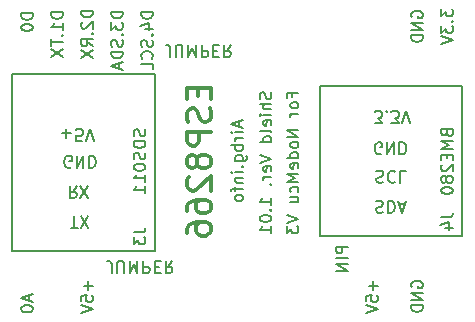
<source format=gbr>
G04 #@! TF.FileFunction,Legend,Bot*
%FSLAX46Y46*%
G04 Gerber Fmt 4.6, Leading zero omitted, Abs format (unit mm)*
G04 Created by KiCad (PCBNEW 4.0.7) date 03/25/18 22:27:41*
%MOMM*%
%LPD*%
G01*
G04 APERTURE LIST*
%ADD10C,0.100000*%
%ADD11C,0.200000*%
%ADD12C,0.300000*%
%ADD13C,0.150000*%
G04 APERTURE END LIST*
D10*
D11*
X130341667Y-108505714D02*
X130341667Y-108981905D01*
X130627381Y-108410476D02*
X129627381Y-108743809D01*
X130627381Y-109077143D01*
X129627381Y-109600952D02*
X129627381Y-109696191D01*
X129675000Y-109791429D01*
X129722619Y-109839048D01*
X129817857Y-109886667D01*
X130008333Y-109934286D01*
X130246429Y-109934286D01*
X130436905Y-109886667D01*
X130532143Y-109839048D01*
X130579762Y-109791429D01*
X130627381Y-109696191D01*
X130627381Y-109600952D01*
X130579762Y-109505714D01*
X130532143Y-109458095D01*
X130436905Y-109410476D01*
X130246429Y-109362857D01*
X130008333Y-109362857D01*
X129817857Y-109410476D01*
X129722619Y-109458095D01*
X129675000Y-109505714D01*
X129627381Y-109600952D01*
X130627381Y-84605905D02*
X129627381Y-84605905D01*
X129627381Y-84844000D01*
X129675000Y-84986858D01*
X129770238Y-85082096D01*
X129865476Y-85129715D01*
X130055952Y-85177334D01*
X130198810Y-85177334D01*
X130389286Y-85129715D01*
X130484524Y-85082096D01*
X130579762Y-84986858D01*
X130627381Y-84844000D01*
X130627381Y-84605905D01*
X129627381Y-85796381D02*
X129627381Y-85891620D01*
X129675000Y-85986858D01*
X129722619Y-86034477D01*
X129817857Y-86082096D01*
X130008333Y-86129715D01*
X130246429Y-86129715D01*
X130436905Y-86082096D01*
X130532143Y-86034477D01*
X130579762Y-85986858D01*
X130627381Y-85891620D01*
X130627381Y-85796381D01*
X130579762Y-85701143D01*
X130532143Y-85653524D01*
X130436905Y-85605905D01*
X130246429Y-85558286D01*
X130008333Y-85558286D01*
X129817857Y-85605905D01*
X129722619Y-85653524D01*
X129675000Y-85701143D01*
X129627381Y-85796381D01*
X142248239Y-88304619D02*
X142248239Y-87590333D01*
X142200619Y-87447476D01*
X142105381Y-87352238D01*
X141962524Y-87304619D01*
X141867286Y-87304619D01*
X142724429Y-88304619D02*
X142724429Y-87495095D01*
X142772048Y-87399857D01*
X142819667Y-87352238D01*
X142914905Y-87304619D01*
X143105382Y-87304619D01*
X143200620Y-87352238D01*
X143248239Y-87399857D01*
X143295858Y-87495095D01*
X143295858Y-88304619D01*
X143772048Y-87304619D02*
X143772048Y-88304619D01*
X144105382Y-87590333D01*
X144438715Y-88304619D01*
X144438715Y-87304619D01*
X144914905Y-87304619D02*
X144914905Y-88304619D01*
X145295858Y-88304619D01*
X145391096Y-88257000D01*
X145438715Y-88209381D01*
X145486334Y-88114143D01*
X145486334Y-87971286D01*
X145438715Y-87876048D01*
X145391096Y-87828429D01*
X145295858Y-87780810D01*
X144914905Y-87780810D01*
X145914905Y-87828429D02*
X146248239Y-87828429D01*
X146391096Y-87304619D02*
X145914905Y-87304619D01*
X145914905Y-88304619D01*
X146391096Y-88304619D01*
X147391096Y-87304619D02*
X147057762Y-87780810D01*
X146819667Y-87304619D02*
X146819667Y-88304619D01*
X147200620Y-88304619D01*
X147295858Y-88257000D01*
X147343477Y-88209381D01*
X147391096Y-88114143D01*
X147391096Y-87971286D01*
X147343477Y-87876048D01*
X147295858Y-87828429D01*
X147200620Y-87780810D01*
X146819667Y-87780810D01*
X137295239Y-106592619D02*
X137295239Y-105878333D01*
X137247619Y-105735476D01*
X137152381Y-105640238D01*
X137009524Y-105592619D01*
X136914286Y-105592619D01*
X137771429Y-106592619D02*
X137771429Y-105783095D01*
X137819048Y-105687857D01*
X137866667Y-105640238D01*
X137961905Y-105592619D01*
X138152382Y-105592619D01*
X138247620Y-105640238D01*
X138295239Y-105687857D01*
X138342858Y-105783095D01*
X138342858Y-106592619D01*
X138819048Y-105592619D02*
X138819048Y-106592619D01*
X139152382Y-105878333D01*
X139485715Y-106592619D01*
X139485715Y-105592619D01*
X139961905Y-105592619D02*
X139961905Y-106592619D01*
X140342858Y-106592619D01*
X140438096Y-106545000D01*
X140485715Y-106497381D01*
X140533334Y-106402143D01*
X140533334Y-106259286D01*
X140485715Y-106164048D01*
X140438096Y-106116429D01*
X140342858Y-106068810D01*
X139961905Y-106068810D01*
X140961905Y-106116429D02*
X141295239Y-106116429D01*
X141438096Y-105592619D02*
X140961905Y-105592619D01*
X140961905Y-106592619D01*
X141438096Y-106592619D01*
X142438096Y-105592619D02*
X142104762Y-106068810D01*
X141866667Y-105592619D02*
X141866667Y-106592619D01*
X142247620Y-106592619D01*
X142342858Y-106545000D01*
X142390477Y-106497381D01*
X142438096Y-106402143D01*
X142438096Y-106259286D01*
X142390477Y-106164048D01*
X142342858Y-106116429D01*
X142247620Y-106068810D01*
X141866667Y-106068810D01*
X157297381Y-104386191D02*
X156297381Y-104386191D01*
X156297381Y-104767144D01*
X156345000Y-104862382D01*
X156392619Y-104910001D01*
X156487857Y-104957620D01*
X156630714Y-104957620D01*
X156725952Y-104910001D01*
X156773571Y-104862382D01*
X156821190Y-104767144D01*
X156821190Y-104386191D01*
X157297381Y-105386191D02*
X156297381Y-105386191D01*
X157297381Y-105862381D02*
X156297381Y-105862381D01*
X157297381Y-106433810D01*
X156297381Y-106433810D01*
X159456429Y-107299286D02*
X159456429Y-108061191D01*
X159837381Y-107680239D02*
X159075476Y-107680239D01*
X158837381Y-109013572D02*
X158837381Y-108537381D01*
X159313571Y-108489762D01*
X159265952Y-108537381D01*
X159218333Y-108632619D01*
X159218333Y-108870715D01*
X159265952Y-108965953D01*
X159313571Y-109013572D01*
X159408810Y-109061191D01*
X159646905Y-109061191D01*
X159742143Y-109013572D01*
X159789762Y-108965953D01*
X159837381Y-108870715D01*
X159837381Y-108632619D01*
X159789762Y-108537381D01*
X159742143Y-108489762D01*
X158837381Y-109346905D02*
X159837381Y-109680238D01*
X158837381Y-110013572D01*
X152582571Y-91686762D02*
X152582571Y-91353428D01*
X153106381Y-91353428D02*
X152106381Y-91353428D01*
X152106381Y-91829619D01*
X153106381Y-92353428D02*
X153058762Y-92258190D01*
X153011143Y-92210571D01*
X152915905Y-92162952D01*
X152630190Y-92162952D01*
X152534952Y-92210571D01*
X152487333Y-92258190D01*
X152439714Y-92353428D01*
X152439714Y-92496286D01*
X152487333Y-92591524D01*
X152534952Y-92639143D01*
X152630190Y-92686762D01*
X152915905Y-92686762D01*
X153011143Y-92639143D01*
X153058762Y-92591524D01*
X153106381Y-92496286D01*
X153106381Y-92353428D01*
X153106381Y-93115333D02*
X152439714Y-93115333D01*
X152630190Y-93115333D02*
X152534952Y-93162952D01*
X152487333Y-93210571D01*
X152439714Y-93305809D01*
X152439714Y-93401048D01*
X153106381Y-94496286D02*
X152106381Y-94496286D01*
X153106381Y-95067715D01*
X152106381Y-95067715D01*
X153106381Y-95686762D02*
X153058762Y-95591524D01*
X153011143Y-95543905D01*
X152915905Y-95496286D01*
X152630190Y-95496286D01*
X152534952Y-95543905D01*
X152487333Y-95591524D01*
X152439714Y-95686762D01*
X152439714Y-95829620D01*
X152487333Y-95924858D01*
X152534952Y-95972477D01*
X152630190Y-96020096D01*
X152915905Y-96020096D01*
X153011143Y-95972477D01*
X153058762Y-95924858D01*
X153106381Y-95829620D01*
X153106381Y-95686762D01*
X153106381Y-96877239D02*
X152106381Y-96877239D01*
X153058762Y-96877239D02*
X153106381Y-96782001D01*
X153106381Y-96591524D01*
X153058762Y-96496286D01*
X153011143Y-96448667D01*
X152915905Y-96401048D01*
X152630190Y-96401048D01*
X152534952Y-96448667D01*
X152487333Y-96496286D01*
X152439714Y-96591524D01*
X152439714Y-96782001D01*
X152487333Y-96877239D01*
X153058762Y-97734382D02*
X153106381Y-97639144D01*
X153106381Y-97448667D01*
X153058762Y-97353429D01*
X152963524Y-97305810D01*
X152582571Y-97305810D01*
X152487333Y-97353429D01*
X152439714Y-97448667D01*
X152439714Y-97639144D01*
X152487333Y-97734382D01*
X152582571Y-97782001D01*
X152677810Y-97782001D01*
X152773048Y-97305810D01*
X153106381Y-98210572D02*
X152106381Y-98210572D01*
X152820667Y-98543906D01*
X152106381Y-98877239D01*
X153106381Y-98877239D01*
X153058762Y-99782001D02*
X153106381Y-99686763D01*
X153106381Y-99496286D01*
X153058762Y-99401048D01*
X153011143Y-99353429D01*
X152915905Y-99305810D01*
X152630190Y-99305810D01*
X152534952Y-99353429D01*
X152487333Y-99401048D01*
X152439714Y-99496286D01*
X152439714Y-99686763D01*
X152487333Y-99782001D01*
X152439714Y-100639144D02*
X153106381Y-100639144D01*
X152439714Y-100210572D02*
X152963524Y-100210572D01*
X153058762Y-100258191D01*
X153106381Y-100353429D01*
X153106381Y-100496287D01*
X153058762Y-100591525D01*
X153011143Y-100639144D01*
X152106381Y-101734382D02*
X153106381Y-102067715D01*
X152106381Y-102401049D01*
X152106381Y-102639144D02*
X152106381Y-103258192D01*
X152487333Y-102924858D01*
X152487333Y-103067716D01*
X152534952Y-103162954D01*
X152582571Y-103210573D01*
X152677810Y-103258192D01*
X152915905Y-103258192D01*
X153011143Y-103210573D01*
X153058762Y-103162954D01*
X153106381Y-103067716D01*
X153106381Y-102782001D01*
X153058762Y-102686763D01*
X153011143Y-102639144D01*
X140970000Y-104775000D02*
X140970000Y-89789000D01*
X128905000Y-104775000D02*
X128905000Y-89789000D01*
X150772762Y-91329619D02*
X150820381Y-91472476D01*
X150820381Y-91710572D01*
X150772762Y-91805810D01*
X150725143Y-91853429D01*
X150629905Y-91901048D01*
X150534667Y-91901048D01*
X150439429Y-91853429D01*
X150391810Y-91805810D01*
X150344190Y-91710572D01*
X150296571Y-91520095D01*
X150248952Y-91424857D01*
X150201333Y-91377238D01*
X150106095Y-91329619D01*
X150010857Y-91329619D01*
X149915619Y-91377238D01*
X149868000Y-91424857D01*
X149820381Y-91520095D01*
X149820381Y-91758191D01*
X149868000Y-91901048D01*
X150820381Y-92329619D02*
X149820381Y-92329619D01*
X150820381Y-92758191D02*
X150296571Y-92758191D01*
X150201333Y-92710572D01*
X150153714Y-92615334D01*
X150153714Y-92472476D01*
X150201333Y-92377238D01*
X150248952Y-92329619D01*
X150820381Y-93234381D02*
X150153714Y-93234381D01*
X149820381Y-93234381D02*
X149868000Y-93186762D01*
X149915619Y-93234381D01*
X149868000Y-93282000D01*
X149820381Y-93234381D01*
X149915619Y-93234381D01*
X150772762Y-94091524D02*
X150820381Y-93996286D01*
X150820381Y-93805809D01*
X150772762Y-93710571D01*
X150677524Y-93662952D01*
X150296571Y-93662952D01*
X150201333Y-93710571D01*
X150153714Y-93805809D01*
X150153714Y-93996286D01*
X150201333Y-94091524D01*
X150296571Y-94139143D01*
X150391810Y-94139143D01*
X150487048Y-93662952D01*
X150820381Y-94710571D02*
X150772762Y-94615333D01*
X150677524Y-94567714D01*
X149820381Y-94567714D01*
X150820381Y-95520096D02*
X149820381Y-95520096D01*
X150772762Y-95520096D02*
X150820381Y-95424858D01*
X150820381Y-95234381D01*
X150772762Y-95139143D01*
X150725143Y-95091524D01*
X150629905Y-95043905D01*
X150344190Y-95043905D01*
X150248952Y-95091524D01*
X150201333Y-95139143D01*
X150153714Y-95234381D01*
X150153714Y-95424858D01*
X150201333Y-95520096D01*
X149820381Y-96615334D02*
X150820381Y-96948667D01*
X149820381Y-97282001D01*
X150772762Y-97996287D02*
X150820381Y-97901049D01*
X150820381Y-97710572D01*
X150772762Y-97615334D01*
X150677524Y-97567715D01*
X150296571Y-97567715D01*
X150201333Y-97615334D01*
X150153714Y-97710572D01*
X150153714Y-97901049D01*
X150201333Y-97996287D01*
X150296571Y-98043906D01*
X150391810Y-98043906D01*
X150487048Y-97567715D01*
X150820381Y-98472477D02*
X150153714Y-98472477D01*
X150344190Y-98472477D02*
X150248952Y-98520096D01*
X150201333Y-98567715D01*
X150153714Y-98662953D01*
X150153714Y-98758192D01*
X150725143Y-99091525D02*
X150772762Y-99139144D01*
X150820381Y-99091525D01*
X150772762Y-99043906D01*
X150725143Y-99091525D01*
X150820381Y-99091525D01*
X150820381Y-100853430D02*
X150820381Y-100282001D01*
X150820381Y-100567715D02*
X149820381Y-100567715D01*
X149963238Y-100472477D01*
X150058476Y-100377239D01*
X150106095Y-100282001D01*
X150725143Y-101282001D02*
X150772762Y-101329620D01*
X150820381Y-101282001D01*
X150772762Y-101234382D01*
X150725143Y-101282001D01*
X150820381Y-101282001D01*
X149820381Y-101948667D02*
X149820381Y-102043906D01*
X149868000Y-102139144D01*
X149915619Y-102186763D01*
X150010857Y-102234382D01*
X150201333Y-102282001D01*
X150439429Y-102282001D01*
X150629905Y-102234382D01*
X150725143Y-102186763D01*
X150772762Y-102139144D01*
X150820381Y-102043906D01*
X150820381Y-101948667D01*
X150772762Y-101853429D01*
X150725143Y-101805810D01*
X150629905Y-101758191D01*
X150439429Y-101710572D01*
X150201333Y-101710572D01*
X150010857Y-101758191D01*
X149915619Y-101805810D01*
X149868000Y-101853429D01*
X149820381Y-101948667D01*
X150820381Y-103234382D02*
X150820381Y-102662953D01*
X150820381Y-102948667D02*
X149820381Y-102948667D01*
X149963238Y-102853429D01*
X150058476Y-102758191D01*
X150106095Y-102662953D01*
X148121667Y-93797857D02*
X148121667Y-94274048D01*
X148407381Y-93702619D02*
X147407381Y-94035952D01*
X148407381Y-94369286D01*
X148407381Y-94702619D02*
X147740714Y-94702619D01*
X147407381Y-94702619D02*
X147455000Y-94655000D01*
X147502619Y-94702619D01*
X147455000Y-94750238D01*
X147407381Y-94702619D01*
X147502619Y-94702619D01*
X148407381Y-95178809D02*
X147740714Y-95178809D01*
X147931190Y-95178809D02*
X147835952Y-95226428D01*
X147788333Y-95274047D01*
X147740714Y-95369285D01*
X147740714Y-95464524D01*
X148407381Y-95797857D02*
X147407381Y-95797857D01*
X147788333Y-95797857D02*
X147740714Y-95893095D01*
X147740714Y-96083572D01*
X147788333Y-96178810D01*
X147835952Y-96226429D01*
X147931190Y-96274048D01*
X148216905Y-96274048D01*
X148312143Y-96226429D01*
X148359762Y-96178810D01*
X148407381Y-96083572D01*
X148407381Y-95893095D01*
X148359762Y-95797857D01*
X147740714Y-97131191D02*
X148550238Y-97131191D01*
X148645476Y-97083572D01*
X148693095Y-97035953D01*
X148740714Y-96940714D01*
X148740714Y-96797857D01*
X148693095Y-96702619D01*
X148359762Y-97131191D02*
X148407381Y-97035953D01*
X148407381Y-96845476D01*
X148359762Y-96750238D01*
X148312143Y-96702619D01*
X148216905Y-96655000D01*
X147931190Y-96655000D01*
X147835952Y-96702619D01*
X147788333Y-96750238D01*
X147740714Y-96845476D01*
X147740714Y-97035953D01*
X147788333Y-97131191D01*
X148312143Y-97607381D02*
X148359762Y-97655000D01*
X148407381Y-97607381D01*
X148359762Y-97559762D01*
X148312143Y-97607381D01*
X148407381Y-97607381D01*
X148407381Y-98083571D02*
X147740714Y-98083571D01*
X147407381Y-98083571D02*
X147455000Y-98035952D01*
X147502619Y-98083571D01*
X147455000Y-98131190D01*
X147407381Y-98083571D01*
X147502619Y-98083571D01*
X147740714Y-98559761D02*
X148407381Y-98559761D01*
X147835952Y-98559761D02*
X147788333Y-98607380D01*
X147740714Y-98702618D01*
X147740714Y-98845476D01*
X147788333Y-98940714D01*
X147883571Y-98988333D01*
X148407381Y-98988333D01*
X147740714Y-99321666D02*
X147740714Y-99702618D01*
X148407381Y-99464523D02*
X147550238Y-99464523D01*
X147455000Y-99512142D01*
X147407381Y-99607380D01*
X147407381Y-99702618D01*
X148407381Y-100178809D02*
X148359762Y-100083571D01*
X148312143Y-100035952D01*
X148216905Y-99988333D01*
X147931190Y-99988333D01*
X147835952Y-100035952D01*
X147788333Y-100083571D01*
X147740714Y-100178809D01*
X147740714Y-100321667D01*
X147788333Y-100416905D01*
X147835952Y-100464524D01*
X147931190Y-100512143D01*
X148216905Y-100512143D01*
X148312143Y-100464524D01*
X148359762Y-100416905D01*
X148407381Y-100321667D01*
X148407381Y-100178809D01*
D12*
X144637143Y-90964523D02*
X144637143Y-91631190D01*
X145684762Y-91916904D02*
X145684762Y-90964523D01*
X143684762Y-90964523D01*
X143684762Y-91916904D01*
X145589524Y-92678809D02*
X145684762Y-92964524D01*
X145684762Y-93440714D01*
X145589524Y-93631190D01*
X145494286Y-93726428D01*
X145303810Y-93821667D01*
X145113333Y-93821667D01*
X144922857Y-93726428D01*
X144827619Y-93631190D01*
X144732381Y-93440714D01*
X144637143Y-93059762D01*
X144541905Y-92869286D01*
X144446667Y-92774047D01*
X144256190Y-92678809D01*
X144065714Y-92678809D01*
X143875238Y-92774047D01*
X143780000Y-92869286D01*
X143684762Y-93059762D01*
X143684762Y-93535952D01*
X143780000Y-93821667D01*
X145684762Y-94678809D02*
X143684762Y-94678809D01*
X143684762Y-95440714D01*
X143780000Y-95631190D01*
X143875238Y-95726429D01*
X144065714Y-95821667D01*
X144351429Y-95821667D01*
X144541905Y-95726429D01*
X144637143Y-95631190D01*
X144732381Y-95440714D01*
X144732381Y-94678809D01*
X144541905Y-96964524D02*
X144446667Y-96774048D01*
X144351429Y-96678809D01*
X144160952Y-96583571D01*
X144065714Y-96583571D01*
X143875238Y-96678809D01*
X143780000Y-96774048D01*
X143684762Y-96964524D01*
X143684762Y-97345476D01*
X143780000Y-97535952D01*
X143875238Y-97631190D01*
X144065714Y-97726429D01*
X144160952Y-97726429D01*
X144351429Y-97631190D01*
X144446667Y-97535952D01*
X144541905Y-97345476D01*
X144541905Y-96964524D01*
X144637143Y-96774048D01*
X144732381Y-96678809D01*
X144922857Y-96583571D01*
X145303810Y-96583571D01*
X145494286Y-96678809D01*
X145589524Y-96774048D01*
X145684762Y-96964524D01*
X145684762Y-97345476D01*
X145589524Y-97535952D01*
X145494286Y-97631190D01*
X145303810Y-97726429D01*
X144922857Y-97726429D01*
X144732381Y-97631190D01*
X144637143Y-97535952D01*
X144541905Y-97345476D01*
X143875238Y-98488333D02*
X143780000Y-98583571D01*
X143684762Y-98774048D01*
X143684762Y-99250238D01*
X143780000Y-99440714D01*
X143875238Y-99535952D01*
X144065714Y-99631191D01*
X144256190Y-99631191D01*
X144541905Y-99535952D01*
X145684762Y-98393095D01*
X145684762Y-99631191D01*
X143684762Y-101345476D02*
X143684762Y-100964524D01*
X143780000Y-100774048D01*
X143875238Y-100678810D01*
X144160952Y-100488333D01*
X144541905Y-100393095D01*
X145303810Y-100393095D01*
X145494286Y-100488333D01*
X145589524Y-100583572D01*
X145684762Y-100774048D01*
X145684762Y-101155000D01*
X145589524Y-101345476D01*
X145494286Y-101440714D01*
X145303810Y-101535953D01*
X144827619Y-101535953D01*
X144637143Y-101440714D01*
X144541905Y-101345476D01*
X144446667Y-101155000D01*
X144446667Y-100774048D01*
X144541905Y-100583572D01*
X144637143Y-100488333D01*
X144827619Y-100393095D01*
X143684762Y-103250238D02*
X143684762Y-102869286D01*
X143780000Y-102678810D01*
X143875238Y-102583572D01*
X144160952Y-102393095D01*
X144541905Y-102297857D01*
X145303810Y-102297857D01*
X145494286Y-102393095D01*
X145589524Y-102488334D01*
X145684762Y-102678810D01*
X145684762Y-103059762D01*
X145589524Y-103250238D01*
X145494286Y-103345476D01*
X145303810Y-103440715D01*
X144827619Y-103440715D01*
X144637143Y-103345476D01*
X144541905Y-103250238D01*
X144446667Y-103059762D01*
X144446667Y-102678810D01*
X144541905Y-102488334D01*
X144637143Y-102393095D01*
X144827619Y-102297857D01*
D11*
X162695000Y-107823096D02*
X162647381Y-107727858D01*
X162647381Y-107585001D01*
X162695000Y-107442143D01*
X162790238Y-107346905D01*
X162885476Y-107299286D01*
X163075952Y-107251667D01*
X163218810Y-107251667D01*
X163409286Y-107299286D01*
X163504524Y-107346905D01*
X163599762Y-107442143D01*
X163647381Y-107585001D01*
X163647381Y-107680239D01*
X163599762Y-107823096D01*
X163552143Y-107870715D01*
X163218810Y-107870715D01*
X163218810Y-107680239D01*
X163647381Y-108299286D02*
X162647381Y-108299286D01*
X163647381Y-108870715D01*
X162647381Y-108870715D01*
X163647381Y-109346905D02*
X162647381Y-109346905D01*
X162647381Y-109585000D01*
X162695000Y-109727858D01*
X162790238Y-109823096D01*
X162885476Y-109870715D01*
X163075952Y-109918334D01*
X163218810Y-109918334D01*
X163409286Y-109870715D01*
X163504524Y-109823096D01*
X163599762Y-109727858D01*
X163647381Y-109585000D01*
X163647381Y-109346905D01*
X135326429Y-107299286D02*
X135326429Y-108061191D01*
X135707381Y-107680239D02*
X134945476Y-107680239D01*
X134707381Y-109013572D02*
X134707381Y-108537381D01*
X135183571Y-108489762D01*
X135135952Y-108537381D01*
X135088333Y-108632619D01*
X135088333Y-108870715D01*
X135135952Y-108965953D01*
X135183571Y-109013572D01*
X135278810Y-109061191D01*
X135516905Y-109061191D01*
X135612143Y-109013572D01*
X135659762Y-108965953D01*
X135707381Y-108870715D01*
X135707381Y-108632619D01*
X135659762Y-108537381D01*
X135612143Y-108489762D01*
X134707381Y-109346905D02*
X135707381Y-109680238D01*
X134707381Y-110013572D01*
X162695000Y-84963096D02*
X162647381Y-84867858D01*
X162647381Y-84725001D01*
X162695000Y-84582143D01*
X162790238Y-84486905D01*
X162885476Y-84439286D01*
X163075952Y-84391667D01*
X163218810Y-84391667D01*
X163409286Y-84439286D01*
X163504524Y-84486905D01*
X163599762Y-84582143D01*
X163647381Y-84725001D01*
X163647381Y-84820239D01*
X163599762Y-84963096D01*
X163552143Y-85010715D01*
X163218810Y-85010715D01*
X163218810Y-84820239D01*
X163647381Y-85439286D02*
X162647381Y-85439286D01*
X163647381Y-86010715D01*
X162647381Y-86010715D01*
X163647381Y-86486905D02*
X162647381Y-86486905D01*
X162647381Y-86725000D01*
X162695000Y-86867858D01*
X162790238Y-86963096D01*
X162885476Y-87010715D01*
X163075952Y-87058334D01*
X163218810Y-87058334D01*
X163409286Y-87010715D01*
X163504524Y-86963096D01*
X163599762Y-86867858D01*
X163647381Y-86725000D01*
X163647381Y-86486905D01*
X165187381Y-84248810D02*
X165187381Y-84867858D01*
X165568333Y-84534524D01*
X165568333Y-84677382D01*
X165615952Y-84772620D01*
X165663571Y-84820239D01*
X165758810Y-84867858D01*
X165996905Y-84867858D01*
X166092143Y-84820239D01*
X166139762Y-84772620D01*
X166187381Y-84677382D01*
X166187381Y-84391667D01*
X166139762Y-84296429D01*
X166092143Y-84248810D01*
X166092143Y-85296429D02*
X166139762Y-85344048D01*
X166187381Y-85296429D01*
X166139762Y-85248810D01*
X166092143Y-85296429D01*
X166187381Y-85296429D01*
X165187381Y-85677381D02*
X165187381Y-86296429D01*
X165568333Y-85963095D01*
X165568333Y-86105953D01*
X165615952Y-86201191D01*
X165663571Y-86248810D01*
X165758810Y-86296429D01*
X165996905Y-86296429D01*
X166092143Y-86248810D01*
X166139762Y-86201191D01*
X166187381Y-86105953D01*
X166187381Y-85820238D01*
X166139762Y-85725000D01*
X166092143Y-85677381D01*
X165187381Y-86582143D02*
X166187381Y-86915476D01*
X165187381Y-87248810D01*
X140787381Y-84510857D02*
X139787381Y-84510857D01*
X139787381Y-84748952D01*
X139835000Y-84891810D01*
X139930238Y-84987048D01*
X140025476Y-85034667D01*
X140215952Y-85082286D01*
X140358810Y-85082286D01*
X140549286Y-85034667D01*
X140644524Y-84987048D01*
X140739762Y-84891810D01*
X140787381Y-84748952D01*
X140787381Y-84510857D01*
X140120714Y-85939429D02*
X140787381Y-85939429D01*
X139739762Y-85701333D02*
X140454048Y-85463238D01*
X140454048Y-86082286D01*
X140692143Y-86463238D02*
X140739762Y-86510857D01*
X140787381Y-86463238D01*
X140739762Y-86415619D01*
X140692143Y-86463238D01*
X140787381Y-86463238D01*
X140739762Y-86891809D02*
X140787381Y-87034666D01*
X140787381Y-87272762D01*
X140739762Y-87368000D01*
X140692143Y-87415619D01*
X140596905Y-87463238D01*
X140501667Y-87463238D01*
X140406429Y-87415619D01*
X140358810Y-87368000D01*
X140311190Y-87272762D01*
X140263571Y-87082285D01*
X140215952Y-86987047D01*
X140168333Y-86939428D01*
X140073095Y-86891809D01*
X139977857Y-86891809D01*
X139882619Y-86939428D01*
X139835000Y-86987047D01*
X139787381Y-87082285D01*
X139787381Y-87320381D01*
X139835000Y-87463238D01*
X140692143Y-88463238D02*
X140739762Y-88415619D01*
X140787381Y-88272762D01*
X140787381Y-88177524D01*
X140739762Y-88034666D01*
X140644524Y-87939428D01*
X140549286Y-87891809D01*
X140358810Y-87844190D01*
X140215952Y-87844190D01*
X140025476Y-87891809D01*
X139930238Y-87939428D01*
X139835000Y-88034666D01*
X139787381Y-88177524D01*
X139787381Y-88272762D01*
X139835000Y-88415619D01*
X139882619Y-88463238D01*
X140787381Y-89368000D02*
X140787381Y-88891809D01*
X139787381Y-88891809D01*
X138247381Y-84487048D02*
X137247381Y-84487048D01*
X137247381Y-84725143D01*
X137295000Y-84868001D01*
X137390238Y-84963239D01*
X137485476Y-85010858D01*
X137675952Y-85058477D01*
X137818810Y-85058477D01*
X138009286Y-85010858D01*
X138104524Y-84963239D01*
X138199762Y-84868001D01*
X138247381Y-84725143D01*
X138247381Y-84487048D01*
X137247381Y-85391810D02*
X137247381Y-86010858D01*
X137628333Y-85677524D01*
X137628333Y-85820382D01*
X137675952Y-85915620D01*
X137723571Y-85963239D01*
X137818810Y-86010858D01*
X138056905Y-86010858D01*
X138152143Y-85963239D01*
X138199762Y-85915620D01*
X138247381Y-85820382D01*
X138247381Y-85534667D01*
X138199762Y-85439429D01*
X138152143Y-85391810D01*
X138152143Y-86439429D02*
X138199762Y-86487048D01*
X138247381Y-86439429D01*
X138199762Y-86391810D01*
X138152143Y-86439429D01*
X138247381Y-86439429D01*
X138199762Y-86868000D02*
X138247381Y-87010857D01*
X138247381Y-87248953D01*
X138199762Y-87344191D01*
X138152143Y-87391810D01*
X138056905Y-87439429D01*
X137961667Y-87439429D01*
X137866429Y-87391810D01*
X137818810Y-87344191D01*
X137771190Y-87248953D01*
X137723571Y-87058476D01*
X137675952Y-86963238D01*
X137628333Y-86915619D01*
X137533095Y-86868000D01*
X137437857Y-86868000D01*
X137342619Y-86915619D01*
X137295000Y-86963238D01*
X137247381Y-87058476D01*
X137247381Y-87296572D01*
X137295000Y-87439429D01*
X138247381Y-87868000D02*
X137247381Y-87868000D01*
X137247381Y-88106095D01*
X137295000Y-88248953D01*
X137390238Y-88344191D01*
X137485476Y-88391810D01*
X137675952Y-88439429D01*
X137818810Y-88439429D01*
X138009286Y-88391810D01*
X138104524Y-88344191D01*
X138199762Y-88248953D01*
X138247381Y-88106095D01*
X138247381Y-87868000D01*
X137961667Y-88820381D02*
X137961667Y-89296572D01*
X138247381Y-88725143D02*
X137247381Y-89058476D01*
X138247381Y-89391810D01*
X135707381Y-84407619D02*
X134707381Y-84407619D01*
X134707381Y-84645714D01*
X134755000Y-84788572D01*
X134850238Y-84883810D01*
X134945476Y-84931429D01*
X135135952Y-84979048D01*
X135278810Y-84979048D01*
X135469286Y-84931429D01*
X135564524Y-84883810D01*
X135659762Y-84788572D01*
X135707381Y-84645714D01*
X135707381Y-84407619D01*
X134802619Y-85360000D02*
X134755000Y-85407619D01*
X134707381Y-85502857D01*
X134707381Y-85740953D01*
X134755000Y-85836191D01*
X134802619Y-85883810D01*
X134897857Y-85931429D01*
X134993095Y-85931429D01*
X135135952Y-85883810D01*
X135707381Y-85312381D01*
X135707381Y-85931429D01*
X135612143Y-86360000D02*
X135659762Y-86407619D01*
X135707381Y-86360000D01*
X135659762Y-86312381D01*
X135612143Y-86360000D01*
X135707381Y-86360000D01*
X135707381Y-87407619D02*
X135231190Y-87074285D01*
X135707381Y-86836190D02*
X134707381Y-86836190D01*
X134707381Y-87217143D01*
X134755000Y-87312381D01*
X134802619Y-87360000D01*
X134897857Y-87407619D01*
X135040714Y-87407619D01*
X135135952Y-87360000D01*
X135183571Y-87312381D01*
X135231190Y-87217143D01*
X135231190Y-86836190D01*
X134707381Y-87740952D02*
X135707381Y-88407619D01*
X134707381Y-88407619D02*
X135707381Y-87740952D01*
X133167381Y-84526667D02*
X132167381Y-84526667D01*
X132167381Y-84764762D01*
X132215000Y-84907620D01*
X132310238Y-85002858D01*
X132405476Y-85050477D01*
X132595952Y-85098096D01*
X132738810Y-85098096D01*
X132929286Y-85050477D01*
X133024524Y-85002858D01*
X133119762Y-84907620D01*
X133167381Y-84764762D01*
X133167381Y-84526667D01*
X133167381Y-86050477D02*
X133167381Y-85479048D01*
X133167381Y-85764762D02*
X132167381Y-85764762D01*
X132310238Y-85669524D01*
X132405476Y-85574286D01*
X132453095Y-85479048D01*
X133072143Y-86479048D02*
X133119762Y-86526667D01*
X133167381Y-86479048D01*
X133119762Y-86431429D01*
X133072143Y-86479048D01*
X133167381Y-86479048D01*
X132167381Y-86812381D02*
X132167381Y-87383810D01*
X133167381Y-87098095D02*
X132167381Y-87098095D01*
X132167381Y-87621905D02*
X133167381Y-88288572D01*
X132167381Y-88288572D02*
X133167381Y-87621905D01*
X159694714Y-100560238D02*
X159837571Y-100512619D01*
X160075667Y-100512619D01*
X160170905Y-100560238D01*
X160218524Y-100607857D01*
X160266143Y-100703095D01*
X160266143Y-100798333D01*
X160218524Y-100893571D01*
X160170905Y-100941190D01*
X160075667Y-100988810D01*
X159885190Y-101036429D01*
X159789952Y-101084048D01*
X159742333Y-101131667D01*
X159694714Y-101226905D01*
X159694714Y-101322143D01*
X159742333Y-101417381D01*
X159789952Y-101465000D01*
X159885190Y-101512619D01*
X160123286Y-101512619D01*
X160266143Y-101465000D01*
X160694714Y-100512619D02*
X160694714Y-101512619D01*
X160932809Y-101512619D01*
X161075667Y-101465000D01*
X161170905Y-101369762D01*
X161218524Y-101274524D01*
X161266143Y-101084048D01*
X161266143Y-100941190D01*
X161218524Y-100750714D01*
X161170905Y-100655476D01*
X161075667Y-100560238D01*
X160932809Y-100512619D01*
X160694714Y-100512619D01*
X161647095Y-100798333D02*
X162123286Y-100798333D01*
X161551857Y-100512619D02*
X161885190Y-101512619D01*
X162218524Y-100512619D01*
X159718524Y-98020238D02*
X159861381Y-97972619D01*
X160099477Y-97972619D01*
X160194715Y-98020238D01*
X160242334Y-98067857D01*
X160289953Y-98163095D01*
X160289953Y-98258333D01*
X160242334Y-98353571D01*
X160194715Y-98401190D01*
X160099477Y-98448810D01*
X159909000Y-98496429D01*
X159813762Y-98544048D01*
X159766143Y-98591667D01*
X159718524Y-98686905D01*
X159718524Y-98782143D01*
X159766143Y-98877381D01*
X159813762Y-98925000D01*
X159909000Y-98972619D01*
X160147096Y-98972619D01*
X160289953Y-98925000D01*
X161289953Y-98067857D02*
X161242334Y-98020238D01*
X161099477Y-97972619D01*
X161004239Y-97972619D01*
X160861381Y-98020238D01*
X160766143Y-98115476D01*
X160718524Y-98210714D01*
X160670905Y-98401190D01*
X160670905Y-98544048D01*
X160718524Y-98734524D01*
X160766143Y-98829762D01*
X160861381Y-98925000D01*
X161004239Y-98972619D01*
X161099477Y-98972619D01*
X161242334Y-98925000D01*
X161289953Y-98877381D01*
X162194715Y-97972619D02*
X161718524Y-97972619D01*
X161718524Y-98972619D01*
X160147096Y-96512000D02*
X160051858Y-96559619D01*
X159909001Y-96559619D01*
X159766143Y-96512000D01*
X159670905Y-96416762D01*
X159623286Y-96321524D01*
X159575667Y-96131048D01*
X159575667Y-95988190D01*
X159623286Y-95797714D01*
X159670905Y-95702476D01*
X159766143Y-95607238D01*
X159909001Y-95559619D01*
X160004239Y-95559619D01*
X160147096Y-95607238D01*
X160194715Y-95654857D01*
X160194715Y-95988190D01*
X160004239Y-95988190D01*
X160623286Y-95559619D02*
X160623286Y-96559619D01*
X161194715Y-95559619D01*
X161194715Y-96559619D01*
X161670905Y-95559619D02*
X161670905Y-96559619D01*
X161909000Y-96559619D01*
X162051858Y-96512000D01*
X162147096Y-96416762D01*
X162194715Y-96321524D01*
X162242334Y-96131048D01*
X162242334Y-95988190D01*
X162194715Y-95797714D01*
X162147096Y-95702476D01*
X162051858Y-95607238D01*
X161909000Y-95559619D01*
X161670905Y-95559619D01*
X159559810Y-93892619D02*
X160178858Y-93892619D01*
X159845524Y-93511667D01*
X159988382Y-93511667D01*
X160083620Y-93464048D01*
X160131239Y-93416429D01*
X160178858Y-93321190D01*
X160178858Y-93083095D01*
X160131239Y-92987857D01*
X160083620Y-92940238D01*
X159988382Y-92892619D01*
X159702667Y-92892619D01*
X159607429Y-92940238D01*
X159559810Y-92987857D01*
X160607429Y-92987857D02*
X160655048Y-92940238D01*
X160607429Y-92892619D01*
X160559810Y-92940238D01*
X160607429Y-92987857D01*
X160607429Y-92892619D01*
X160988381Y-93892619D02*
X161607429Y-93892619D01*
X161274095Y-93511667D01*
X161416953Y-93511667D01*
X161512191Y-93464048D01*
X161559810Y-93416429D01*
X161607429Y-93321190D01*
X161607429Y-93083095D01*
X161559810Y-92987857D01*
X161512191Y-92940238D01*
X161416953Y-92892619D01*
X161131238Y-92892619D01*
X161036000Y-92940238D01*
X160988381Y-92987857D01*
X161893143Y-93892619D02*
X162226476Y-92892619D01*
X162559810Y-93892619D01*
X133858095Y-102782619D02*
X134429524Y-102782619D01*
X134143809Y-101782619D02*
X134143809Y-102782619D01*
X134667619Y-102782619D02*
X135334286Y-101782619D01*
X135334286Y-102782619D02*
X134667619Y-101782619D01*
X134326334Y-99242619D02*
X133993000Y-99718810D01*
X133754905Y-99242619D02*
X133754905Y-100242619D01*
X134135858Y-100242619D01*
X134231096Y-100195000D01*
X134278715Y-100147381D01*
X134326334Y-100052143D01*
X134326334Y-99909286D01*
X134278715Y-99814048D01*
X134231096Y-99766429D01*
X134135858Y-99718810D01*
X133754905Y-99718810D01*
X134659667Y-100242619D02*
X135326334Y-99242619D01*
X135326334Y-100242619D02*
X134659667Y-99242619D01*
X133858096Y-97655000D02*
X133762858Y-97702619D01*
X133620001Y-97702619D01*
X133477143Y-97655000D01*
X133381905Y-97559762D01*
X133334286Y-97464524D01*
X133286667Y-97274048D01*
X133286667Y-97131190D01*
X133334286Y-96940714D01*
X133381905Y-96845476D01*
X133477143Y-96750238D01*
X133620001Y-96702619D01*
X133715239Y-96702619D01*
X133858096Y-96750238D01*
X133905715Y-96797857D01*
X133905715Y-97131190D01*
X133715239Y-97131190D01*
X134334286Y-96702619D02*
X134334286Y-97702619D01*
X134905715Y-96702619D01*
X134905715Y-97702619D01*
X135381905Y-96702619D02*
X135381905Y-97702619D01*
X135620000Y-97702619D01*
X135762858Y-97655000D01*
X135858096Y-97559762D01*
X135905715Y-97464524D01*
X135953334Y-97274048D01*
X135953334Y-97131190D01*
X135905715Y-96940714D01*
X135858096Y-96845476D01*
X135762858Y-96750238D01*
X135620000Y-96702619D01*
X135381905Y-96702619D01*
X133080286Y-94797571D02*
X133842191Y-94797571D01*
X133461239Y-94416619D02*
X133461239Y-95178524D01*
X134794572Y-95416619D02*
X134318381Y-95416619D01*
X134270762Y-94940429D01*
X134318381Y-94988048D01*
X134413619Y-95035667D01*
X134651715Y-95035667D01*
X134746953Y-94988048D01*
X134794572Y-94940429D01*
X134842191Y-94845190D01*
X134842191Y-94607095D01*
X134794572Y-94511857D01*
X134746953Y-94464238D01*
X134651715Y-94416619D01*
X134413619Y-94416619D01*
X134318381Y-94464238D01*
X134270762Y-94511857D01*
X135127905Y-95416619D02*
X135461238Y-94416619D01*
X135794572Y-95416619D01*
X154940000Y-90805000D02*
X154940000Y-103505000D01*
X167005000Y-90805000D02*
X154940000Y-90805000D01*
X167005000Y-103505000D02*
X167005000Y-90805000D01*
X154940000Y-103505000D02*
X167005000Y-103505000D01*
X140970000Y-89789000D02*
X128905000Y-89789000D01*
X128905000Y-104775000D02*
X140970000Y-104775000D01*
D13*
X165187381Y-101901667D02*
X165901667Y-101901667D01*
X166044524Y-101854047D01*
X166139762Y-101758809D01*
X166187381Y-101615952D01*
X166187381Y-101520714D01*
X165520714Y-102806429D02*
X166187381Y-102806429D01*
X165139762Y-102568333D02*
X165854048Y-102330238D01*
X165854048Y-102949286D01*
X165663571Y-94774048D02*
X165711190Y-94916905D01*
X165758810Y-94964524D01*
X165854048Y-95012143D01*
X165996905Y-95012143D01*
X166092143Y-94964524D01*
X166139762Y-94916905D01*
X166187381Y-94821667D01*
X166187381Y-94440714D01*
X165187381Y-94440714D01*
X165187381Y-94774048D01*
X165235000Y-94869286D01*
X165282619Y-94916905D01*
X165377857Y-94964524D01*
X165473095Y-94964524D01*
X165568333Y-94916905D01*
X165615952Y-94869286D01*
X165663571Y-94774048D01*
X165663571Y-94440714D01*
X166187381Y-95440714D02*
X165187381Y-95440714D01*
X165901667Y-95774048D01*
X165187381Y-96107381D01*
X166187381Y-96107381D01*
X165663571Y-96583571D02*
X165663571Y-96916905D01*
X166187381Y-97059762D02*
X166187381Y-96583571D01*
X165187381Y-96583571D01*
X165187381Y-97059762D01*
X165282619Y-97440714D02*
X165235000Y-97488333D01*
X165187381Y-97583571D01*
X165187381Y-97821667D01*
X165235000Y-97916905D01*
X165282619Y-97964524D01*
X165377857Y-98012143D01*
X165473095Y-98012143D01*
X165615952Y-97964524D01*
X166187381Y-97393095D01*
X166187381Y-98012143D01*
X165615952Y-98583571D02*
X165568333Y-98488333D01*
X165520714Y-98440714D01*
X165425476Y-98393095D01*
X165377857Y-98393095D01*
X165282619Y-98440714D01*
X165235000Y-98488333D01*
X165187381Y-98583571D01*
X165187381Y-98774048D01*
X165235000Y-98869286D01*
X165282619Y-98916905D01*
X165377857Y-98964524D01*
X165425476Y-98964524D01*
X165520714Y-98916905D01*
X165568333Y-98869286D01*
X165615952Y-98774048D01*
X165615952Y-98583571D01*
X165663571Y-98488333D01*
X165711190Y-98440714D01*
X165806429Y-98393095D01*
X165996905Y-98393095D01*
X166092143Y-98440714D01*
X166139762Y-98488333D01*
X166187381Y-98583571D01*
X166187381Y-98774048D01*
X166139762Y-98869286D01*
X166092143Y-98916905D01*
X165996905Y-98964524D01*
X165806429Y-98964524D01*
X165711190Y-98916905D01*
X165663571Y-98869286D01*
X165615952Y-98774048D01*
X165187381Y-99583571D02*
X165187381Y-99678810D01*
X165235000Y-99774048D01*
X165282619Y-99821667D01*
X165377857Y-99869286D01*
X165568333Y-99916905D01*
X165806429Y-99916905D01*
X165996905Y-99869286D01*
X166092143Y-99821667D01*
X166139762Y-99774048D01*
X166187381Y-99678810D01*
X166187381Y-99583571D01*
X166139762Y-99488333D01*
X166092143Y-99440714D01*
X165996905Y-99393095D01*
X165806429Y-99345476D01*
X165568333Y-99345476D01*
X165377857Y-99393095D01*
X165282619Y-99440714D01*
X165235000Y-99488333D01*
X165187381Y-99583571D01*
X139152381Y-103171667D02*
X139866667Y-103171667D01*
X140009524Y-103124047D01*
X140104762Y-103028809D01*
X140152381Y-102885952D01*
X140152381Y-102790714D01*
X139152381Y-103552619D02*
X139152381Y-104171667D01*
X139533333Y-103838333D01*
X139533333Y-103981191D01*
X139580952Y-104076429D01*
X139628571Y-104124048D01*
X139723810Y-104171667D01*
X139961905Y-104171667D01*
X140057143Y-104124048D01*
X140104762Y-104076429D01*
X140152381Y-103981191D01*
X140152381Y-103695476D01*
X140104762Y-103600238D01*
X140057143Y-103552619D01*
X140104762Y-94464524D02*
X140152381Y-94607381D01*
X140152381Y-94845477D01*
X140104762Y-94940715D01*
X140057143Y-94988334D01*
X139961905Y-95035953D01*
X139866667Y-95035953D01*
X139771429Y-94988334D01*
X139723810Y-94940715D01*
X139676190Y-94845477D01*
X139628571Y-94655000D01*
X139580952Y-94559762D01*
X139533333Y-94512143D01*
X139438095Y-94464524D01*
X139342857Y-94464524D01*
X139247619Y-94512143D01*
X139200000Y-94559762D01*
X139152381Y-94655000D01*
X139152381Y-94893096D01*
X139200000Y-95035953D01*
X140152381Y-95464524D02*
X139152381Y-95464524D01*
X139152381Y-95702619D01*
X139200000Y-95845477D01*
X139295238Y-95940715D01*
X139390476Y-95988334D01*
X139580952Y-96035953D01*
X139723810Y-96035953D01*
X139914286Y-95988334D01*
X140009524Y-95940715D01*
X140104762Y-95845477D01*
X140152381Y-95702619D01*
X140152381Y-95464524D01*
X140104762Y-96416905D02*
X140152381Y-96559762D01*
X140152381Y-96797858D01*
X140104762Y-96893096D01*
X140057143Y-96940715D01*
X139961905Y-96988334D01*
X139866667Y-96988334D01*
X139771429Y-96940715D01*
X139723810Y-96893096D01*
X139676190Y-96797858D01*
X139628571Y-96607381D01*
X139580952Y-96512143D01*
X139533333Y-96464524D01*
X139438095Y-96416905D01*
X139342857Y-96416905D01*
X139247619Y-96464524D01*
X139200000Y-96512143D01*
X139152381Y-96607381D01*
X139152381Y-96845477D01*
X139200000Y-96988334D01*
X139152381Y-97607381D02*
X139152381Y-97702620D01*
X139200000Y-97797858D01*
X139247619Y-97845477D01*
X139342857Y-97893096D01*
X139533333Y-97940715D01*
X139771429Y-97940715D01*
X139961905Y-97893096D01*
X140057143Y-97845477D01*
X140104762Y-97797858D01*
X140152381Y-97702620D01*
X140152381Y-97607381D01*
X140104762Y-97512143D01*
X140057143Y-97464524D01*
X139961905Y-97416905D01*
X139771429Y-97369286D01*
X139533333Y-97369286D01*
X139342857Y-97416905D01*
X139247619Y-97464524D01*
X139200000Y-97512143D01*
X139152381Y-97607381D01*
X140152381Y-98893096D02*
X140152381Y-98321667D01*
X140152381Y-98607381D02*
X139152381Y-98607381D01*
X139295238Y-98512143D01*
X139390476Y-98416905D01*
X139438095Y-98321667D01*
X140152381Y-99845477D02*
X140152381Y-99274048D01*
X140152381Y-99559762D02*
X139152381Y-99559762D01*
X139295238Y-99464524D01*
X139390476Y-99369286D01*
X139438095Y-99274048D01*
M02*

</source>
